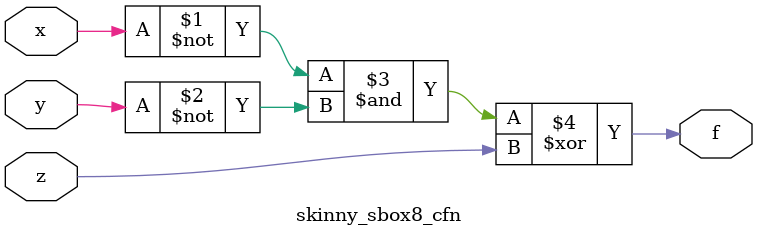
<source format=v>
module skinny_rnd (/*AUTOARG*/
   // Outputs
   nextcnt, nextkey, nexttweak, nextstate,
   // Inputs
   roundkey, roundtweak, roundstate, roundcnt, constant
   ) ;
   parameter numrnd = 2;
   parameter fullcnt = 1;

   output [63+64*fullcnt:0] nextcnt;
   output [127:0]           nextkey, nexttweak, nextstate;
   input [127:0]            roundkey, roundtweak, roundstate;
   input [63+64*fullcnt:0]  roundcnt;
   input [5+6*(numrnd-1):0] constant;

   genvar    i, j;

   wire [63+64*fullcnt:0] rndcnt [numrnd:0];
   wire [127:0] sb [0:numrnd-1];
   wire [127:0] rkey [0:numrnd-1];
   wire [127:0] atk [0:numrnd-1];
   wire [127:0] shr [0:numrnd-1];
   wire [127:0] mxc [0:numrnd-1];
   wire [127:0] rndkey [0:numrnd];
   wire [127:0] rndtweak [0:numrnd];

   wire [5:0]   rndconstant [numrnd-1:0];

   generate
      for (j = 0; j < 16; j = j + 1) begin:sbox_round0
         skinny_sbox8 sbox0 (.so(sb[0][8*j+7:8*j]),
                             .si(roundstate[8*j+7:8*j]));
      end
   endgenerate

   // Add Tweakey
   assign atk[0] = rkey[0] ^ sb[0];

   // ShiftRows
   assign shr[0][127:96] =  atk[0][127:96];
   assign shr[0][ 95:64] = {atk[0][ 71:64],atk[0][95:72]};
   assign shr[0][ 63:32] = {atk[0][ 47:32],atk[0][63:48]};
   assign shr[0][ 31: 0] = {atk[0][ 23: 0],atk[0][31:24]};

   // MixColumn
   assign mxc[0][ 95:64] = shr[0][127:96];
   assign mxc[0][ 63:32] = shr[0][ 95:64] ^ shr[0][63:32];
   assign mxc[0][ 31: 0] = shr[0][127:96] ^ shr[0][63:32];
   assign mxc[0][127:96] = shr[0][ 31: 0] ^ mxc[0][31: 0];

   generate
      for (i = 1; i < numrnd; i = i + 1) begin:unrolled_rounds
         for (j = 0; j < 16; j = j + 1) begin:sbox_layer
            skinny_sbox8 sboxi (.so(sb[i][8*j+7:8*j]),
                                .si(mxc[i-1][8*j+7:8*j]));
         end

         // Add Tweakey
         assign atk[i] = rkey[i] ^ sb[i];

         // ShiftRows
         assign shr[i][127:96] =  atk[i][127:96];
         assign shr[i][ 95:64] = {atk[i][ 71:64],atk[i][95:72]};
         assign shr[i][ 63:32] = {atk[i][ 47:32],atk[i][63:48]};
         assign shr[i][ 31: 0] = {atk[i][ 23: 0],atk[i][31:24]};

         // MixColumn
         assign mxc[i][ 95:64] = shr[i][127:96];
         assign mxc[i][ 63:32] = shr[i][ 95:64] ^ shr[i][63:32];
         assign mxc[i][ 31: 0] = shr[i][127:96] ^ shr[i][63:32];
         assign mxc[i][127:96] = shr[i][ 31: 0] ^ mxc[i][31: 0];
      end
   endgenerate

   assign nextstate = mxc[numrnd-1];

   assign rndkey[0] = roundkey;
   assign rndtweak[0] = roundtweak;
   assign rndcnt[0] = roundcnt;

   generate
      for (i = 0; i < numrnd; i = i + 1) begin:round_constant
         assign rndconstant[i] = constant[5+6*i:0+6*i];
      end
   endgenerate

   generate
      for (i = 0; i < numrnd; i = i + 1) begin:keyexpansion
         key_expansion tk3 (.ko(rndkey[i+1]),.ki(rndkey[i]));
         tweak2_expansion tk2 (.ko(rndtweak[i+1]),.ki(rndtweak[i]));

         if (fullcnt) begin: round_keys
            tweak1_expansion #(.fullcnt(fullcnt)) tk1 (.ko(rndcnt[i+1]),.ki(rndcnt[i]));
            assign rkey[i] = {rndkey[i][127:64],64'h0} ^
                             {rndtweak[i][127:64],64'h0} ^
                             {rndcnt[i][127:64],64'h0}^
		                         {4'h0,rndconstant[i][3:0],24'h0,6'h0,rndconstant[i][5:4],24'h0,8'h02,56'h0};
         end
         else if (i%2 == 0) begin: even_round_keys
            tweak1_expansion #(.fullcnt(fullcnt)) tk1 (.ko(rndcnt[i+2]),.ki(rndcnt[i]));
            assign rkey[i] = {rndkey[i][127:64],64'h0} ^
                             {rndtweak[i][127:64],64'h0} ^
                             {rndcnt[i][127:64],64'h0}^
		                         {4'h0,rndconstant[i][3:0],24'h0,6'h0,rndconstant[i][5:4],24'h0,8'h02,56'h0};
         end
         else begin: odd_round_keys
            assign rndcnt[i] = 64'h0;
            assign rkey[i] = {rndkey[i][127:64],64'h0} ^
                             {rndtweak[i][127:64],64'h0} ^
		                         {4'h0,rndconstant[i][3:0],24'h0,6'h0,rndconstant[i][5:4],24'h0,8'h02,56'h0};
         end
      end
   endgenerate

   assign nextkey = rndkey[numrnd];
   assign nexttweak = rndtweak[numrnd];
   assign nextcnt = rndcnt[numrnd];

endmodule // skinny_rnd

module key_expansion (/*AUTOARG*/
   // Outputs
   ko,
   // Inputs
   ki
   ) ;
   output [127:0] ko;
   input  [127:0] ki;

   wire [127:0]   kp;

   assign kp[127:120] = ki[ 55: 48];
   assign kp[119:112] = ki[  7:  0];
   assign kp[111:104] = ki[ 63: 56];
   assign kp[103: 96] = ki[ 23: 16];
   assign kp[ 95: 88] = ki[ 47: 40];
   assign kp[ 87: 80] = ki[ 15:  8];
   assign kp[ 79: 72] = ki[ 31: 24];
   assign kp[ 71: 64] = ki[ 39: 32];
   assign kp[ 63: 56] = ki[127:120];
   assign kp[ 55: 48] = ki[119:112];
   assign kp[ 47: 40] = ki[111:104];
   assign kp[ 39: 32] = ki[103: 96];
   assign kp[ 31: 24] = ki[ 95: 88];
   assign kp[ 23: 16] = ki[ 87: 80];
   assign kp[ 15:  8] = ki[ 79: 72];
   assign kp[  7:  0] = ki[ 71: 64];

   assign ko[127:120] = {kp[120]^kp[126],kp[127:121]};
   assign ko[119:112] = {kp[112]^kp[118],kp[119:113]};
   assign ko[111:104] = {kp[104]^kp[110],kp[111:105]};
   assign ko[103: 96] = {kp[ 96]^kp[102],kp[103: 97]};
   assign ko[ 95: 88] = {kp[ 88]^kp[ 94],kp[ 95: 89]};
   assign ko[ 87: 80] = {kp[ 80]^kp[ 86],kp[ 87: 81]};
   assign ko[ 79: 72] = {kp[ 72]^kp[ 78],kp[ 79: 73]};
   assign ko[ 71: 64] = {kp[ 64]^kp[ 70],kp[ 71: 65]};

   assign ko[ 63:  0] = kp[ 63:  0];

endmodule // key_expansion

module tweak2_expansion (/*AUTOARG*/
   // Outputs
   ko,
   // Inputs
   ki
   ) ;
   output [127:0] ko;
   input  [127:0] ki;

   wire [127:0]   kp;

   assign kp[127:120] = ki[ 55: 48];
   assign kp[119:112] = ki[  7:  0];
   assign kp[111:104] = ki[ 63: 56];
   assign kp[103: 96] = ki[ 23: 16];
   assign kp[ 95: 88] = ki[ 47: 40];
   assign kp[ 87: 80] = ki[ 15:  8];
   assign kp[ 79: 72] = ki[ 31: 24];
   assign kp[ 71: 64] = ki[ 39: 32];
   assign kp[ 63: 56] = ki[127:120];
   assign kp[ 55: 48] = ki[119:112];
   assign kp[ 47: 40] = ki[111:104];
   assign kp[ 39: 32] = ki[103: 96];
   assign kp[ 31: 24] = ki[ 95: 88];
   assign kp[ 23: 16] = ki[ 87: 80];
   assign kp[ 15:  8] = ki[ 79: 72];
   assign kp[  7:  0] = ki[ 71: 64];

   assign ko[127:120] = {kp[126:120],kp[127]^kp[125]};
   assign ko[119:112] = {kp[118:112],kp[119]^kp[117]};
   assign ko[111:104] = {kp[110:104],kp[111]^kp[109]};
   assign ko[103: 96] = {kp[102: 96],kp[103]^kp[101]};
   assign ko[ 95: 88] = {kp[ 94: 88],kp[ 95]^kp[ 93]};
   assign ko[ 87: 80] = {kp[ 86: 80],kp[ 87]^kp[ 85]};
   assign ko[ 79: 72] = {kp[ 78: 72],kp[ 79]^kp[ 77]};
   assign ko[ 71: 64] = {kp[ 70: 64],kp[ 71]^kp[ 69]};

   assign ko[ 63:  0] = kp[ 63:  0];

endmodule // tweak2_expansion

module tweak1_expansion (/*AUTOARG*/
   // Outputs
   ko,
   // Inputs
   ki
   ) ;
   parameter fullcnt = 0;

   output [63+64*fullcnt:0] ko;
   input [63+64*fullcnt:0]  ki;

   wire [63+64*fullcnt:0]   kp;

   generate
      if (fullcnt) begin:full_size_counter
         assign kp[127:120] = ki[ 55: 48];
         assign kp[119:112] = ki[  7:  0];
         assign kp[111:104] = ki[ 63: 56];
         assign kp[103: 96] = ki[ 23: 16];
         assign kp[ 95: 88] = ki[ 47: 40];
         assign kp[ 87: 80] = ki[ 15:  8];
         assign kp[ 79: 72] = ki[ 31: 24];
         assign kp[ 71: 64] = ki[ 39: 32];
         assign kp[ 63: 56] = ki[127:120];
         assign kp[ 55: 48] = ki[119:112];
         assign kp[ 47: 40] = ki[111:104];
         assign kp[ 39: 32] = ki[103: 96];
         assign kp[ 31: 24] = ki[ 95: 88];
         assign kp[ 23: 16] = ki[ 87: 80];
         assign kp[ 15:  8] = ki[ 79: 72];
         assign kp[  7:  0] = ki[ 71: 64];
      end // block: full_size_counter
      else begin:half_size_counter
         assign kp[63:56] = ki[ 55: 48];
         assign kp[55:48] = ki[  7:  0];
         assign kp[47:40] = ki[ 63: 56];
         assign kp[39:32] = ki[ 23: 16];
         assign kp[31:24] = ki[ 47: 40];
         assign kp[23:16] = ki[ 15:  8];
         assign kp[15: 8] = ki[ 31: 24];
         assign kp[ 7: 0] = ki[ 39: 32];
      end
   endgenerate

   assign ko = kp;

endmodule // tweak1_expansion


/*
 Designer: Mustafa Khairallah
 Nanyang Technological University
 Singapore
 Date: July, 2021
 */

/*
 This file is the basic implementation of the logic-based Skinny Sbox8.
 */

module skinny_sbox8_logic (
                     // Outputs
                     so,
                     // Inputs
                     si
                     ) ;
   output [7:0] so;
   input [7:0]  si;

   wire [7:0]   a;

   skinny_sbox8_cfn b764 (a[0],si[7],si[6],si[4]);
   skinny_sbox8_cfn b320 (a[1],si[3],si[2],si[0]);
   skinny_sbox8_cfn b216 (a[2],si[2],si[1],si[6]);
   skinny_sbox8_cfn b015 (a[3], a[0], a[1],si[5]);
   skinny_sbox8_cfn b131 (a[4], a[1],si[3],si[1]);
   skinny_sbox8_cfn b237 (a[5], a[2], a[3],si[7]);
   skinny_sbox8_cfn b303 (a[6], a[3], a[0],si[3]);
   skinny_sbox8_cfn b452 (a[7], a[4], a[5],si[2]);

   assign so[6] = a[0];
   assign so[5] = a[1];
   assign so[2] = a[2];
   assign so[7] = a[3];
   assign so[3] = a[4];
   assign so[1] = a[5];
   assign so[4] = a[6];
   assign so[0] = a[7];

endmodule // skinny_sbox8

// The core repeated function (x nor y) xor z
module skinny_sbox8_cfn (
                         // Outputs
                         f,
                         // Inputs
                         x, y, z
                         ) ;
   output f;
   input  x, y, z;

   assign f = ((~x) & (~y)) ^ z;

endmodule // skinny_sbox8_cfn

</source>
